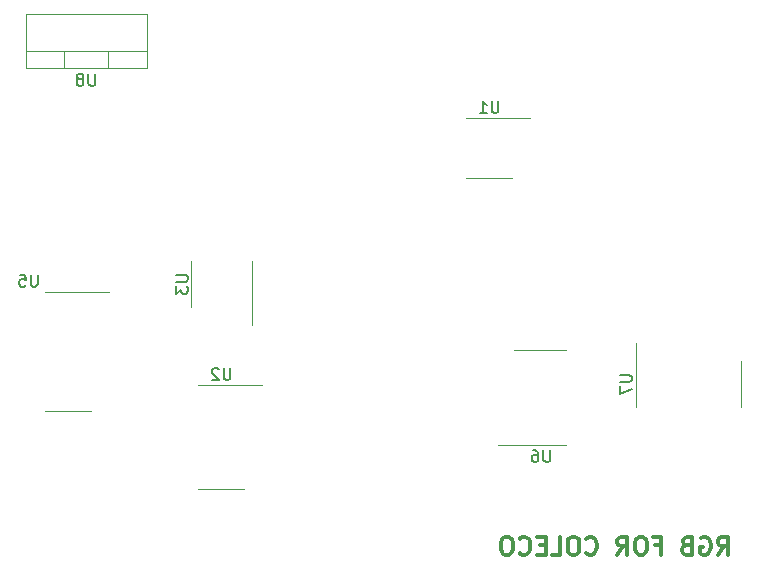
<source format=gbr>
%TF.GenerationSoftware,KiCad,Pcbnew,7.0.11-7.0.11~ubuntu22.04.1*%
%TF.CreationDate,2025-01-08T19:32:42-05:00*%
%TF.ProjectId,sub_rf_mod,7375625f-7266-45f6-9d6f-642e6b696361,rev?*%
%TF.SameCoordinates,Original*%
%TF.FileFunction,Legend,Bot*%
%TF.FilePolarity,Positive*%
%FSLAX46Y46*%
G04 Gerber Fmt 4.6, Leading zero omitted, Abs format (unit mm)*
G04 Created by KiCad (PCBNEW 7.0.11-7.0.11~ubuntu22.04.1) date 2025-01-08 19:32:42*
%MOMM*%
%LPD*%
G01*
G04 APERTURE LIST*
%ADD10C,0.300000*%
%ADD11C,0.150000*%
%ADD12C,0.120000*%
G04 APERTURE END LIST*
D10*
X162672346Y-101908828D02*
X163172346Y-101194542D01*
X163529489Y-101908828D02*
X163529489Y-100408828D01*
X163529489Y-100408828D02*
X162958060Y-100408828D01*
X162958060Y-100408828D02*
X162815203Y-100480257D01*
X162815203Y-100480257D02*
X162743774Y-100551685D01*
X162743774Y-100551685D02*
X162672346Y-100694542D01*
X162672346Y-100694542D02*
X162672346Y-100908828D01*
X162672346Y-100908828D02*
X162743774Y-101051685D01*
X162743774Y-101051685D02*
X162815203Y-101123114D01*
X162815203Y-101123114D02*
X162958060Y-101194542D01*
X162958060Y-101194542D02*
X163529489Y-101194542D01*
X161243774Y-100480257D02*
X161386632Y-100408828D01*
X161386632Y-100408828D02*
X161600917Y-100408828D01*
X161600917Y-100408828D02*
X161815203Y-100480257D01*
X161815203Y-100480257D02*
X161958060Y-100623114D01*
X161958060Y-100623114D02*
X162029489Y-100765971D01*
X162029489Y-100765971D02*
X162100917Y-101051685D01*
X162100917Y-101051685D02*
X162100917Y-101265971D01*
X162100917Y-101265971D02*
X162029489Y-101551685D01*
X162029489Y-101551685D02*
X161958060Y-101694542D01*
X161958060Y-101694542D02*
X161815203Y-101837400D01*
X161815203Y-101837400D02*
X161600917Y-101908828D01*
X161600917Y-101908828D02*
X161458060Y-101908828D01*
X161458060Y-101908828D02*
X161243774Y-101837400D01*
X161243774Y-101837400D02*
X161172346Y-101765971D01*
X161172346Y-101765971D02*
X161172346Y-101265971D01*
X161172346Y-101265971D02*
X161458060Y-101265971D01*
X160029489Y-101123114D02*
X159815203Y-101194542D01*
X159815203Y-101194542D02*
X159743774Y-101265971D01*
X159743774Y-101265971D02*
X159672346Y-101408828D01*
X159672346Y-101408828D02*
X159672346Y-101623114D01*
X159672346Y-101623114D02*
X159743774Y-101765971D01*
X159743774Y-101765971D02*
X159815203Y-101837400D01*
X159815203Y-101837400D02*
X159958060Y-101908828D01*
X159958060Y-101908828D02*
X160529489Y-101908828D01*
X160529489Y-101908828D02*
X160529489Y-100408828D01*
X160529489Y-100408828D02*
X160029489Y-100408828D01*
X160029489Y-100408828D02*
X159886632Y-100480257D01*
X159886632Y-100480257D02*
X159815203Y-100551685D01*
X159815203Y-100551685D02*
X159743774Y-100694542D01*
X159743774Y-100694542D02*
X159743774Y-100837400D01*
X159743774Y-100837400D02*
X159815203Y-100980257D01*
X159815203Y-100980257D02*
X159886632Y-101051685D01*
X159886632Y-101051685D02*
X160029489Y-101123114D01*
X160029489Y-101123114D02*
X160529489Y-101123114D01*
X157386632Y-101123114D02*
X157886632Y-101123114D01*
X157886632Y-101908828D02*
X157886632Y-100408828D01*
X157886632Y-100408828D02*
X157172346Y-100408828D01*
X156315203Y-100408828D02*
X156029489Y-100408828D01*
X156029489Y-100408828D02*
X155886632Y-100480257D01*
X155886632Y-100480257D02*
X155743775Y-100623114D01*
X155743775Y-100623114D02*
X155672346Y-100908828D01*
X155672346Y-100908828D02*
X155672346Y-101408828D01*
X155672346Y-101408828D02*
X155743775Y-101694542D01*
X155743775Y-101694542D02*
X155886632Y-101837400D01*
X155886632Y-101837400D02*
X156029489Y-101908828D01*
X156029489Y-101908828D02*
X156315203Y-101908828D01*
X156315203Y-101908828D02*
X156458061Y-101837400D01*
X156458061Y-101837400D02*
X156600918Y-101694542D01*
X156600918Y-101694542D02*
X156672346Y-101408828D01*
X156672346Y-101408828D02*
X156672346Y-100908828D01*
X156672346Y-100908828D02*
X156600918Y-100623114D01*
X156600918Y-100623114D02*
X156458061Y-100480257D01*
X156458061Y-100480257D02*
X156315203Y-100408828D01*
X154172346Y-101908828D02*
X154672346Y-101194542D01*
X155029489Y-101908828D02*
X155029489Y-100408828D01*
X155029489Y-100408828D02*
X154458060Y-100408828D01*
X154458060Y-100408828D02*
X154315203Y-100480257D01*
X154315203Y-100480257D02*
X154243774Y-100551685D01*
X154243774Y-100551685D02*
X154172346Y-100694542D01*
X154172346Y-100694542D02*
X154172346Y-100908828D01*
X154172346Y-100908828D02*
X154243774Y-101051685D01*
X154243774Y-101051685D02*
X154315203Y-101123114D01*
X154315203Y-101123114D02*
X154458060Y-101194542D01*
X154458060Y-101194542D02*
X155029489Y-101194542D01*
X151529489Y-101765971D02*
X151600917Y-101837400D01*
X151600917Y-101837400D02*
X151815203Y-101908828D01*
X151815203Y-101908828D02*
X151958060Y-101908828D01*
X151958060Y-101908828D02*
X152172346Y-101837400D01*
X152172346Y-101837400D02*
X152315203Y-101694542D01*
X152315203Y-101694542D02*
X152386632Y-101551685D01*
X152386632Y-101551685D02*
X152458060Y-101265971D01*
X152458060Y-101265971D02*
X152458060Y-101051685D01*
X152458060Y-101051685D02*
X152386632Y-100765971D01*
X152386632Y-100765971D02*
X152315203Y-100623114D01*
X152315203Y-100623114D02*
X152172346Y-100480257D01*
X152172346Y-100480257D02*
X151958060Y-100408828D01*
X151958060Y-100408828D02*
X151815203Y-100408828D01*
X151815203Y-100408828D02*
X151600917Y-100480257D01*
X151600917Y-100480257D02*
X151529489Y-100551685D01*
X150600917Y-100408828D02*
X150315203Y-100408828D01*
X150315203Y-100408828D02*
X150172346Y-100480257D01*
X150172346Y-100480257D02*
X150029489Y-100623114D01*
X150029489Y-100623114D02*
X149958060Y-100908828D01*
X149958060Y-100908828D02*
X149958060Y-101408828D01*
X149958060Y-101408828D02*
X150029489Y-101694542D01*
X150029489Y-101694542D02*
X150172346Y-101837400D01*
X150172346Y-101837400D02*
X150315203Y-101908828D01*
X150315203Y-101908828D02*
X150600917Y-101908828D01*
X150600917Y-101908828D02*
X150743775Y-101837400D01*
X150743775Y-101837400D02*
X150886632Y-101694542D01*
X150886632Y-101694542D02*
X150958060Y-101408828D01*
X150958060Y-101408828D02*
X150958060Y-100908828D01*
X150958060Y-100908828D02*
X150886632Y-100623114D01*
X150886632Y-100623114D02*
X150743775Y-100480257D01*
X150743775Y-100480257D02*
X150600917Y-100408828D01*
X148600917Y-101908828D02*
X149315203Y-101908828D01*
X149315203Y-101908828D02*
X149315203Y-100408828D01*
X148100917Y-101123114D02*
X147600917Y-101123114D01*
X147386631Y-101908828D02*
X148100917Y-101908828D01*
X148100917Y-101908828D02*
X148100917Y-100408828D01*
X148100917Y-100408828D02*
X147386631Y-100408828D01*
X145886631Y-101765971D02*
X145958059Y-101837400D01*
X145958059Y-101837400D02*
X146172345Y-101908828D01*
X146172345Y-101908828D02*
X146315202Y-101908828D01*
X146315202Y-101908828D02*
X146529488Y-101837400D01*
X146529488Y-101837400D02*
X146672345Y-101694542D01*
X146672345Y-101694542D02*
X146743774Y-101551685D01*
X146743774Y-101551685D02*
X146815202Y-101265971D01*
X146815202Y-101265971D02*
X146815202Y-101051685D01*
X146815202Y-101051685D02*
X146743774Y-100765971D01*
X146743774Y-100765971D02*
X146672345Y-100623114D01*
X146672345Y-100623114D02*
X146529488Y-100480257D01*
X146529488Y-100480257D02*
X146315202Y-100408828D01*
X146315202Y-100408828D02*
X146172345Y-100408828D01*
X146172345Y-100408828D02*
X145958059Y-100480257D01*
X145958059Y-100480257D02*
X145886631Y-100551685D01*
X144958059Y-100408828D02*
X144672345Y-100408828D01*
X144672345Y-100408828D02*
X144529488Y-100480257D01*
X144529488Y-100480257D02*
X144386631Y-100623114D01*
X144386631Y-100623114D02*
X144315202Y-100908828D01*
X144315202Y-100908828D02*
X144315202Y-101408828D01*
X144315202Y-101408828D02*
X144386631Y-101694542D01*
X144386631Y-101694542D02*
X144529488Y-101837400D01*
X144529488Y-101837400D02*
X144672345Y-101908828D01*
X144672345Y-101908828D02*
X144958059Y-101908828D01*
X144958059Y-101908828D02*
X145100917Y-101837400D01*
X145100917Y-101837400D02*
X145243774Y-101694542D01*
X145243774Y-101694542D02*
X145315202Y-101408828D01*
X145315202Y-101408828D02*
X145315202Y-100908828D01*
X145315202Y-100908828D02*
X145243774Y-100623114D01*
X145243774Y-100623114D02*
X145100917Y-100480257D01*
X145100917Y-100480257D02*
X144958059Y-100408828D01*
D11*
X154372619Y-86715695D02*
X155182142Y-86715695D01*
X155182142Y-86715695D02*
X155277380Y-86763314D01*
X155277380Y-86763314D02*
X155325000Y-86810933D01*
X155325000Y-86810933D02*
X155372619Y-86906171D01*
X155372619Y-86906171D02*
X155372619Y-87096647D01*
X155372619Y-87096647D02*
X155325000Y-87191885D01*
X155325000Y-87191885D02*
X155277380Y-87239504D01*
X155277380Y-87239504D02*
X155182142Y-87287123D01*
X155182142Y-87287123D02*
X154372619Y-87287123D01*
X154372619Y-87668076D02*
X154372619Y-88334742D01*
X154372619Y-88334742D02*
X155372619Y-87906171D01*
X105079704Y-78214319D02*
X105079704Y-79023842D01*
X105079704Y-79023842D02*
X105032085Y-79119080D01*
X105032085Y-79119080D02*
X104984466Y-79166700D01*
X104984466Y-79166700D02*
X104889228Y-79214319D01*
X104889228Y-79214319D02*
X104698752Y-79214319D01*
X104698752Y-79214319D02*
X104603514Y-79166700D01*
X104603514Y-79166700D02*
X104555895Y-79119080D01*
X104555895Y-79119080D02*
X104508276Y-79023842D01*
X104508276Y-79023842D02*
X104508276Y-78214319D01*
X103555895Y-78214319D02*
X104032085Y-78214319D01*
X104032085Y-78214319D02*
X104079704Y-78690509D01*
X104079704Y-78690509D02*
X104032085Y-78642890D01*
X104032085Y-78642890D02*
X103936847Y-78595271D01*
X103936847Y-78595271D02*
X103698752Y-78595271D01*
X103698752Y-78595271D02*
X103603514Y-78642890D01*
X103603514Y-78642890D02*
X103555895Y-78690509D01*
X103555895Y-78690509D02*
X103508276Y-78785747D01*
X103508276Y-78785747D02*
X103508276Y-79023842D01*
X103508276Y-79023842D02*
X103555895Y-79119080D01*
X103555895Y-79119080D02*
X103603514Y-79166700D01*
X103603514Y-79166700D02*
X103698752Y-79214319D01*
X103698752Y-79214319D02*
X103936847Y-79214319D01*
X103936847Y-79214319D02*
X104032085Y-79166700D01*
X104032085Y-79166700D02*
X104079704Y-79119080D01*
X144094104Y-63517219D02*
X144094104Y-64326742D01*
X144094104Y-64326742D02*
X144046485Y-64421980D01*
X144046485Y-64421980D02*
X143998866Y-64469600D01*
X143998866Y-64469600D02*
X143903628Y-64517219D01*
X143903628Y-64517219D02*
X143713152Y-64517219D01*
X143713152Y-64517219D02*
X143617914Y-64469600D01*
X143617914Y-64469600D02*
X143570295Y-64421980D01*
X143570295Y-64421980D02*
X143522676Y-64326742D01*
X143522676Y-64326742D02*
X143522676Y-63517219D01*
X142522676Y-64517219D02*
X143094104Y-64517219D01*
X142808390Y-64517219D02*
X142808390Y-63517219D01*
X142808390Y-63517219D02*
X142903628Y-63660076D01*
X142903628Y-63660076D02*
X142998866Y-63755314D01*
X142998866Y-63755314D02*
X143094104Y-63802933D01*
X148488304Y-93053819D02*
X148488304Y-93863342D01*
X148488304Y-93863342D02*
X148440685Y-93958580D01*
X148440685Y-93958580D02*
X148393066Y-94006200D01*
X148393066Y-94006200D02*
X148297828Y-94053819D01*
X148297828Y-94053819D02*
X148107352Y-94053819D01*
X148107352Y-94053819D02*
X148012114Y-94006200D01*
X148012114Y-94006200D02*
X147964495Y-93958580D01*
X147964495Y-93958580D02*
X147916876Y-93863342D01*
X147916876Y-93863342D02*
X147916876Y-93053819D01*
X147012114Y-93053819D02*
X147202590Y-93053819D01*
X147202590Y-93053819D02*
X147297828Y-93101438D01*
X147297828Y-93101438D02*
X147345447Y-93149057D01*
X147345447Y-93149057D02*
X147440685Y-93291914D01*
X147440685Y-93291914D02*
X147488304Y-93482390D01*
X147488304Y-93482390D02*
X147488304Y-93863342D01*
X147488304Y-93863342D02*
X147440685Y-93958580D01*
X147440685Y-93958580D02*
X147393066Y-94006200D01*
X147393066Y-94006200D02*
X147297828Y-94053819D01*
X147297828Y-94053819D02*
X147107352Y-94053819D01*
X147107352Y-94053819D02*
X147012114Y-94006200D01*
X147012114Y-94006200D02*
X146964495Y-93958580D01*
X146964495Y-93958580D02*
X146916876Y-93863342D01*
X146916876Y-93863342D02*
X146916876Y-93625247D01*
X146916876Y-93625247D02*
X146964495Y-93530009D01*
X146964495Y-93530009D02*
X147012114Y-93482390D01*
X147012114Y-93482390D02*
X147107352Y-93434771D01*
X147107352Y-93434771D02*
X147297828Y-93434771D01*
X147297828Y-93434771D02*
X147393066Y-93482390D01*
X147393066Y-93482390D02*
X147440685Y-93530009D01*
X147440685Y-93530009D02*
X147488304Y-93625247D01*
X109956504Y-61199819D02*
X109956504Y-62009342D01*
X109956504Y-62009342D02*
X109908885Y-62104580D01*
X109908885Y-62104580D02*
X109861266Y-62152200D01*
X109861266Y-62152200D02*
X109766028Y-62199819D01*
X109766028Y-62199819D02*
X109575552Y-62199819D01*
X109575552Y-62199819D02*
X109480314Y-62152200D01*
X109480314Y-62152200D02*
X109432695Y-62104580D01*
X109432695Y-62104580D02*
X109385076Y-62009342D01*
X109385076Y-62009342D02*
X109385076Y-61199819D01*
X108766028Y-61628390D02*
X108861266Y-61580771D01*
X108861266Y-61580771D02*
X108908885Y-61533152D01*
X108908885Y-61533152D02*
X108956504Y-61437914D01*
X108956504Y-61437914D02*
X108956504Y-61390295D01*
X108956504Y-61390295D02*
X108908885Y-61295057D01*
X108908885Y-61295057D02*
X108861266Y-61247438D01*
X108861266Y-61247438D02*
X108766028Y-61199819D01*
X108766028Y-61199819D02*
X108575552Y-61199819D01*
X108575552Y-61199819D02*
X108480314Y-61247438D01*
X108480314Y-61247438D02*
X108432695Y-61295057D01*
X108432695Y-61295057D02*
X108385076Y-61390295D01*
X108385076Y-61390295D02*
X108385076Y-61437914D01*
X108385076Y-61437914D02*
X108432695Y-61533152D01*
X108432695Y-61533152D02*
X108480314Y-61580771D01*
X108480314Y-61580771D02*
X108575552Y-61628390D01*
X108575552Y-61628390D02*
X108766028Y-61628390D01*
X108766028Y-61628390D02*
X108861266Y-61676009D01*
X108861266Y-61676009D02*
X108908885Y-61723628D01*
X108908885Y-61723628D02*
X108956504Y-61818866D01*
X108956504Y-61818866D02*
X108956504Y-62009342D01*
X108956504Y-62009342D02*
X108908885Y-62104580D01*
X108908885Y-62104580D02*
X108861266Y-62152200D01*
X108861266Y-62152200D02*
X108766028Y-62199819D01*
X108766028Y-62199819D02*
X108575552Y-62199819D01*
X108575552Y-62199819D02*
X108480314Y-62152200D01*
X108480314Y-62152200D02*
X108432695Y-62104580D01*
X108432695Y-62104580D02*
X108385076Y-62009342D01*
X108385076Y-62009342D02*
X108385076Y-61818866D01*
X108385076Y-61818866D02*
X108432695Y-61723628D01*
X108432695Y-61723628D02*
X108480314Y-61676009D01*
X108480314Y-61676009D02*
X108575552Y-61628390D01*
X116802819Y-78232095D02*
X117612342Y-78232095D01*
X117612342Y-78232095D02*
X117707580Y-78279714D01*
X117707580Y-78279714D02*
X117755200Y-78327333D01*
X117755200Y-78327333D02*
X117802819Y-78422571D01*
X117802819Y-78422571D02*
X117802819Y-78613047D01*
X117802819Y-78613047D02*
X117755200Y-78708285D01*
X117755200Y-78708285D02*
X117707580Y-78755904D01*
X117707580Y-78755904D02*
X117612342Y-78803523D01*
X117612342Y-78803523D02*
X116802819Y-78803523D01*
X116802819Y-79184476D02*
X116802819Y-79803523D01*
X116802819Y-79803523D02*
X117183771Y-79470190D01*
X117183771Y-79470190D02*
X117183771Y-79613047D01*
X117183771Y-79613047D02*
X117231390Y-79708285D01*
X117231390Y-79708285D02*
X117279009Y-79755904D01*
X117279009Y-79755904D02*
X117374247Y-79803523D01*
X117374247Y-79803523D02*
X117612342Y-79803523D01*
X117612342Y-79803523D02*
X117707580Y-79755904D01*
X117707580Y-79755904D02*
X117755200Y-79708285D01*
X117755200Y-79708285D02*
X117802819Y-79613047D01*
X117802819Y-79613047D02*
X117802819Y-79327333D01*
X117802819Y-79327333D02*
X117755200Y-79232095D01*
X117755200Y-79232095D02*
X117707580Y-79184476D01*
X121411904Y-86122819D02*
X121411904Y-86932342D01*
X121411904Y-86932342D02*
X121364285Y-87027580D01*
X121364285Y-87027580D02*
X121316666Y-87075200D01*
X121316666Y-87075200D02*
X121221428Y-87122819D01*
X121221428Y-87122819D02*
X121030952Y-87122819D01*
X121030952Y-87122819D02*
X120935714Y-87075200D01*
X120935714Y-87075200D02*
X120888095Y-87027580D01*
X120888095Y-87027580D02*
X120840476Y-86932342D01*
X120840476Y-86932342D02*
X120840476Y-86122819D01*
X120411904Y-86218057D02*
X120364285Y-86170438D01*
X120364285Y-86170438D02*
X120269047Y-86122819D01*
X120269047Y-86122819D02*
X120030952Y-86122819D01*
X120030952Y-86122819D02*
X119935714Y-86170438D01*
X119935714Y-86170438D02*
X119888095Y-86218057D01*
X119888095Y-86218057D02*
X119840476Y-86313295D01*
X119840476Y-86313295D02*
X119840476Y-86408533D01*
X119840476Y-86408533D02*
X119888095Y-86551390D01*
X119888095Y-86551390D02*
X120459523Y-87122819D01*
X120459523Y-87122819D02*
X119840476Y-87122819D01*
D12*
%TO.C,U7*%
X164632800Y-87477600D02*
X164632800Y-85527600D01*
X164632800Y-87477600D02*
X164632800Y-89427600D01*
X155762800Y-87477600D02*
X155762800Y-84027600D01*
X155762800Y-87477600D02*
X155762800Y-89427600D01*
%TO.C,U5*%
X107669100Y-89769000D02*
X109619100Y-89769000D01*
X107669100Y-89769000D02*
X105719100Y-89769000D01*
X107669100Y-79649000D02*
X111119100Y-79649000D01*
X107669100Y-79649000D02*
X105719100Y-79649000D01*
%TO.C,U1*%
X143332200Y-70022400D02*
X145282200Y-70022400D01*
X143332200Y-70022400D02*
X141382200Y-70022400D01*
X143332200Y-64902400D02*
X146782200Y-64902400D01*
X143332200Y-64902400D02*
X141382200Y-64902400D01*
%TO.C,U6*%
X147650200Y-84585600D02*
X145450200Y-84585600D01*
X147650200Y-84585600D02*
X149850200Y-84585600D01*
X147650200Y-92655600D02*
X144050200Y-92655600D01*
X147650200Y-92655600D02*
X149850200Y-92655600D01*
%TO.C,U8*%
X104074600Y-56104000D02*
X114314600Y-56104000D01*
X104074600Y-59235000D02*
X114314600Y-59235000D01*
X104074600Y-60745000D02*
X104074600Y-56104000D01*
X104074600Y-60745000D02*
X114314600Y-60745000D01*
X107344600Y-60745000D02*
X107344600Y-59235000D01*
X111045600Y-60745000D02*
X111045600Y-59235000D01*
X114314600Y-60745000D02*
X114314600Y-56104000D01*
%TO.C,U3*%
X118090000Y-78994000D02*
X118090000Y-80944000D01*
X118090000Y-78994000D02*
X118090000Y-77044000D01*
X123210000Y-78994000D02*
X123210000Y-82444000D01*
X123210000Y-78994000D02*
X123210000Y-77044000D01*
%TO.C,U2*%
X120650000Y-96383000D02*
X122600000Y-96383000D01*
X120650000Y-96383000D02*
X118700000Y-96383000D01*
X120650000Y-87513000D02*
X124100000Y-87513000D01*
X120650000Y-87513000D02*
X118700000Y-87513000D01*
%TD*%
M02*

</source>
